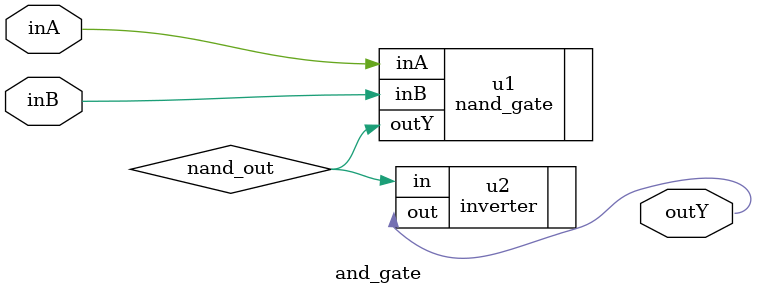
<source format=sv>
module and_gate (
    input inA,
    input inB,
    output outY
);
    // Build AND gate from NAND + inverter
    // First get NAND result
    wire nand_out;
    nand_gate u1 (
        .inA(inA),
        .inB(inB),
        .outY(nand_out)
    );
    
    // Then invert the NAND result to get AND
    inverter u2 (
        .in(nand_out),
        .out(outY)
    );
endmodule
</source>
